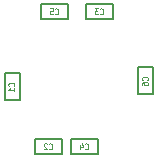
<source format=gbo>
G04 (created by PCBNEW (2013-05-31 BZR 4019)-stable) date 7/10/2013 3:54:15 PM*
%MOIN*%
G04 Gerber Fmt 3.4, Leading zero omitted, Abs format*
%FSLAX34Y34*%
G01*
G70*
G90*
G04 APERTURE LIST*
%ADD10C,0.00590551*%
%ADD11C,0.005*%
%ADD12C,0.0045*%
G04 APERTURE END LIST*
G54D10*
G54D11*
X27050Y-19900D02*
X26150Y-19900D01*
X26150Y-19900D02*
X26150Y-20400D01*
X26150Y-20400D02*
X27050Y-20400D01*
X27050Y-20400D02*
X27050Y-19900D01*
X24450Y-24900D02*
X25350Y-24900D01*
X25350Y-24900D02*
X25350Y-24400D01*
X25350Y-24400D02*
X24450Y-24400D01*
X24450Y-24400D02*
X24450Y-24900D01*
X23450Y-22200D02*
X23450Y-23100D01*
X23450Y-23100D02*
X23950Y-23100D01*
X23950Y-23100D02*
X23950Y-22200D01*
X23950Y-22200D02*
X23450Y-22200D01*
X25650Y-24900D02*
X26550Y-24900D01*
X26550Y-24900D02*
X26550Y-24400D01*
X26550Y-24400D02*
X25650Y-24400D01*
X25650Y-24400D02*
X25650Y-24900D01*
X24650Y-20400D02*
X25550Y-20400D01*
X25550Y-20400D02*
X25550Y-19900D01*
X25550Y-19900D02*
X24650Y-19900D01*
X24650Y-19900D02*
X24650Y-20400D01*
X28400Y-22900D02*
X28400Y-22000D01*
X28400Y-22000D02*
X27900Y-22000D01*
X27900Y-22000D02*
X27900Y-22900D01*
X27900Y-22900D02*
X28400Y-22900D01*
G54D12*
X26630Y-20211D02*
X26638Y-20221D01*
X26664Y-20230D01*
X26681Y-20230D01*
X26707Y-20221D01*
X26724Y-20202D01*
X26732Y-20183D01*
X26741Y-20145D01*
X26741Y-20116D01*
X26732Y-20078D01*
X26724Y-20059D01*
X26707Y-20040D01*
X26681Y-20030D01*
X26664Y-20030D01*
X26638Y-20040D01*
X26630Y-20050D01*
X26570Y-20030D02*
X26458Y-20030D01*
X26518Y-20107D01*
X26492Y-20107D01*
X26475Y-20116D01*
X26467Y-20126D01*
X26458Y-20145D01*
X26458Y-20192D01*
X26467Y-20211D01*
X26475Y-20221D01*
X26492Y-20230D01*
X26544Y-20230D01*
X26561Y-20221D01*
X26570Y-20211D01*
X24930Y-24711D02*
X24938Y-24721D01*
X24964Y-24730D01*
X24981Y-24730D01*
X25007Y-24721D01*
X25024Y-24702D01*
X25032Y-24683D01*
X25041Y-24645D01*
X25041Y-24616D01*
X25032Y-24578D01*
X25024Y-24559D01*
X25007Y-24540D01*
X24981Y-24530D01*
X24964Y-24530D01*
X24938Y-24540D01*
X24930Y-24550D01*
X24861Y-24550D02*
X24852Y-24540D01*
X24835Y-24530D01*
X24792Y-24530D01*
X24775Y-24540D01*
X24767Y-24550D01*
X24758Y-24569D01*
X24758Y-24588D01*
X24767Y-24616D01*
X24870Y-24730D01*
X24758Y-24730D01*
X23761Y-22620D02*
X23771Y-22611D01*
X23780Y-22585D01*
X23780Y-22568D01*
X23771Y-22542D01*
X23752Y-22525D01*
X23733Y-22517D01*
X23695Y-22508D01*
X23666Y-22508D01*
X23628Y-22517D01*
X23609Y-22525D01*
X23590Y-22542D01*
X23580Y-22568D01*
X23580Y-22585D01*
X23590Y-22611D01*
X23600Y-22620D01*
X23780Y-22791D02*
X23780Y-22688D01*
X23780Y-22740D02*
X23580Y-22740D01*
X23609Y-22722D01*
X23628Y-22705D01*
X23638Y-22688D01*
X26130Y-24711D02*
X26138Y-24721D01*
X26164Y-24730D01*
X26181Y-24730D01*
X26207Y-24721D01*
X26224Y-24702D01*
X26232Y-24683D01*
X26241Y-24645D01*
X26241Y-24616D01*
X26232Y-24578D01*
X26224Y-24559D01*
X26207Y-24540D01*
X26181Y-24530D01*
X26164Y-24530D01*
X26138Y-24540D01*
X26130Y-24550D01*
X25975Y-24597D02*
X25975Y-24730D01*
X26018Y-24521D02*
X26061Y-24664D01*
X25950Y-24664D01*
X25130Y-20211D02*
X25138Y-20221D01*
X25164Y-20230D01*
X25181Y-20230D01*
X25207Y-20221D01*
X25224Y-20202D01*
X25232Y-20183D01*
X25241Y-20145D01*
X25241Y-20116D01*
X25232Y-20078D01*
X25224Y-20059D01*
X25207Y-20040D01*
X25181Y-20030D01*
X25164Y-20030D01*
X25138Y-20040D01*
X25130Y-20050D01*
X24967Y-20030D02*
X25052Y-20030D01*
X25061Y-20126D01*
X25052Y-20116D01*
X25035Y-20107D01*
X24992Y-20107D01*
X24975Y-20116D01*
X24967Y-20126D01*
X24958Y-20145D01*
X24958Y-20192D01*
X24967Y-20211D01*
X24975Y-20221D01*
X24992Y-20230D01*
X25035Y-20230D01*
X25052Y-20221D01*
X25061Y-20211D01*
X28211Y-22420D02*
X28221Y-22411D01*
X28230Y-22385D01*
X28230Y-22368D01*
X28221Y-22342D01*
X28202Y-22325D01*
X28183Y-22317D01*
X28145Y-22308D01*
X28116Y-22308D01*
X28078Y-22317D01*
X28059Y-22325D01*
X28040Y-22342D01*
X28030Y-22368D01*
X28030Y-22385D01*
X28040Y-22411D01*
X28050Y-22420D01*
X28030Y-22574D02*
X28030Y-22540D01*
X28040Y-22522D01*
X28050Y-22514D01*
X28078Y-22497D01*
X28116Y-22488D01*
X28192Y-22488D01*
X28211Y-22497D01*
X28221Y-22505D01*
X28230Y-22522D01*
X28230Y-22557D01*
X28221Y-22574D01*
X28211Y-22582D01*
X28192Y-22591D01*
X28145Y-22591D01*
X28126Y-22582D01*
X28116Y-22574D01*
X28107Y-22557D01*
X28107Y-22522D01*
X28116Y-22505D01*
X28126Y-22497D01*
X28145Y-22488D01*
M02*

</source>
